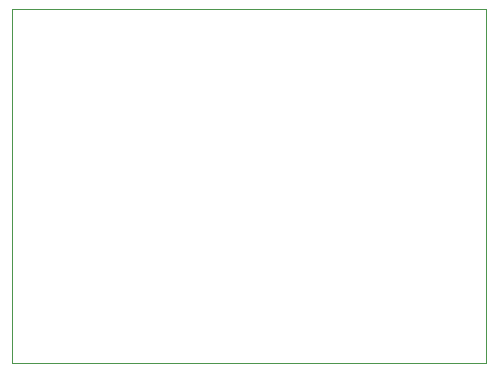
<source format=gbr>
%TF.GenerationSoftware,KiCad,Pcbnew,(5.99.0-10394-g2e15de97e0)*%
%TF.CreationDate,2021-05-18T08:39:57+02:00*%
%TF.ProjectId,SATABAL01A,53415441-4241-44c3-9031-412e6b696361,rev?*%
%TF.SameCoordinates,Original*%
%TF.FileFunction,Profile,NP*%
%FSLAX46Y46*%
G04 Gerber Fmt 4.6, Leading zero omitted, Abs format (unit mm)*
G04 Created by KiCad (PCBNEW (5.99.0-10394-g2e15de97e0)) date 2021-05-18 08:39:57*
%MOMM*%
%LPD*%
G01*
G04 APERTURE LIST*
%TA.AperFunction,Profile*%
%ADD10C,0.050000*%
%TD*%
G04 APERTURE END LIST*
D10*
X254000Y30226000D02*
X40386000Y30226000D01*
X40386000Y30226000D02*
X40386000Y254000D01*
X40386000Y254000D02*
X254000Y254000D01*
X254000Y254000D02*
X254000Y30226000D01*
M02*

</source>
